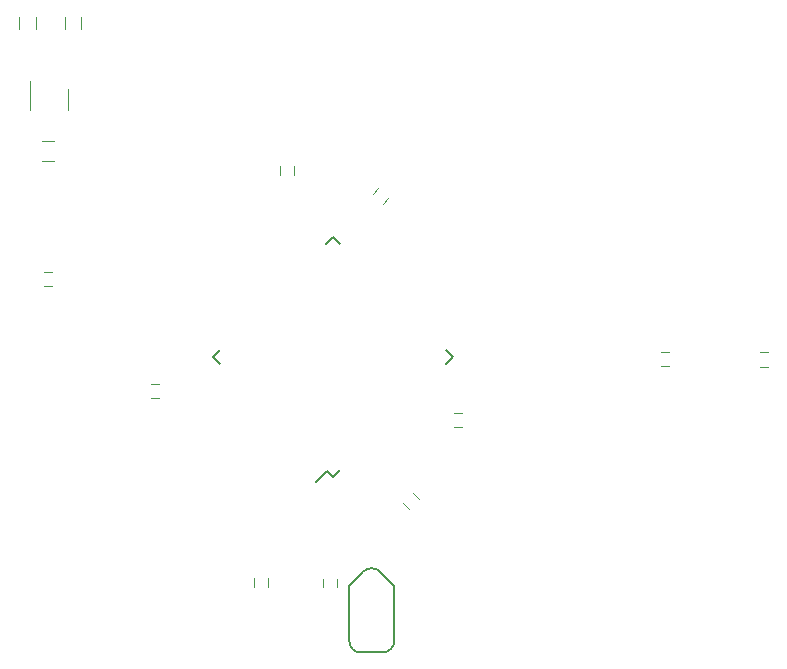
<source format=gbo>
G04 #@! TF.FileFunction,Legend,Bot*
%FSLAX46Y46*%
G04 Gerber Fmt 4.6, Leading zero omitted, Abs format (unit mm)*
G04 Created by KiCad (PCBNEW 4.0.7) date 05/14/18 18:10:09*
%MOMM*%
%LPD*%
G01*
G04 APERTURE LIST*
%ADD10C,0.100000*%
%ADD11C,0.150000*%
%ADD12C,0.120000*%
%ADD13C,0.127000*%
G04 APERTURE END LIST*
D10*
D11*
X428900000Y-261696982D02*
X428387348Y-261184330D01*
X439046982Y-251550000D02*
X438481297Y-250984315D01*
X428900000Y-241403018D02*
X429465685Y-241968703D01*
X418753018Y-251550000D02*
X419318703Y-252115685D01*
X428900000Y-261696982D02*
X429465685Y-261131297D01*
X418753018Y-251550000D02*
X419318703Y-250984315D01*
X428900000Y-241403018D02*
X428334315Y-241968703D01*
X439046982Y-251550000D02*
X438481297Y-252115685D01*
X428387348Y-261184330D02*
X427485786Y-262085891D01*
D12*
X404300000Y-233230000D02*
X405300000Y-233230000D01*
X405300000Y-234930000D02*
X404300000Y-234930000D01*
X428060000Y-270320000D02*
X428060000Y-271020000D01*
X429260000Y-271020000D02*
X429260000Y-270320000D01*
X422220000Y-270290000D02*
X422220000Y-270990000D01*
X423420000Y-270990000D02*
X423420000Y-270290000D01*
X439850000Y-256290000D02*
X439150000Y-256290000D01*
X439150000Y-257490000D02*
X439850000Y-257490000D01*
X414190000Y-253850000D02*
X413490000Y-253850000D01*
X413490000Y-255050000D02*
X414190000Y-255050000D01*
X457340000Y-251140000D02*
X456640000Y-251140000D01*
X456640000Y-252340000D02*
X457340000Y-252340000D01*
X436213502Y-263554974D02*
X435718528Y-263060000D01*
X434870000Y-263908528D02*
X435364974Y-264403502D01*
X404450000Y-245520000D02*
X405150000Y-245520000D01*
X405150000Y-244320000D02*
X404450000Y-244320000D01*
X465020000Y-252350000D02*
X465720000Y-252350000D01*
X465720000Y-251150000D02*
X465020000Y-251150000D01*
X432753223Y-237258249D02*
X432258249Y-237753223D01*
X433106777Y-238601751D02*
X433601751Y-238106777D01*
X424420000Y-235410000D02*
X424420000Y-236110000D01*
X425620000Y-236110000D02*
X425620000Y-235410000D01*
D13*
X434090000Y-275593500D02*
X434090000Y-270907200D01*
X430280000Y-275593500D02*
X430280000Y-270907200D01*
X432908900Y-269726100D02*
X434090000Y-270907200D01*
X431461100Y-269726100D02*
X430280000Y-270907200D01*
X431461100Y-269726100D02*
G75*
G02X432908900Y-269726100I723900J-723900D01*
G01*
X431232500Y-276546000D02*
X433137500Y-276546000D01*
X434090000Y-275593500D02*
G75*
G02X433137500Y-276546000I-952500J0D01*
G01*
X431232500Y-276546000D02*
G75*
G02X430280000Y-275593500I0J952500D01*
G01*
D12*
X407590000Y-223740000D02*
X407590000Y-222740000D01*
X406230000Y-222740000D02*
X406230000Y-223740000D01*
X403720000Y-223770000D02*
X403720000Y-222770000D01*
X402360000Y-222770000D02*
X402360000Y-223770000D01*
X406460000Y-228820000D02*
X406460000Y-230620000D01*
X403240000Y-230620000D02*
X403240000Y-228170000D01*
M02*

</source>
